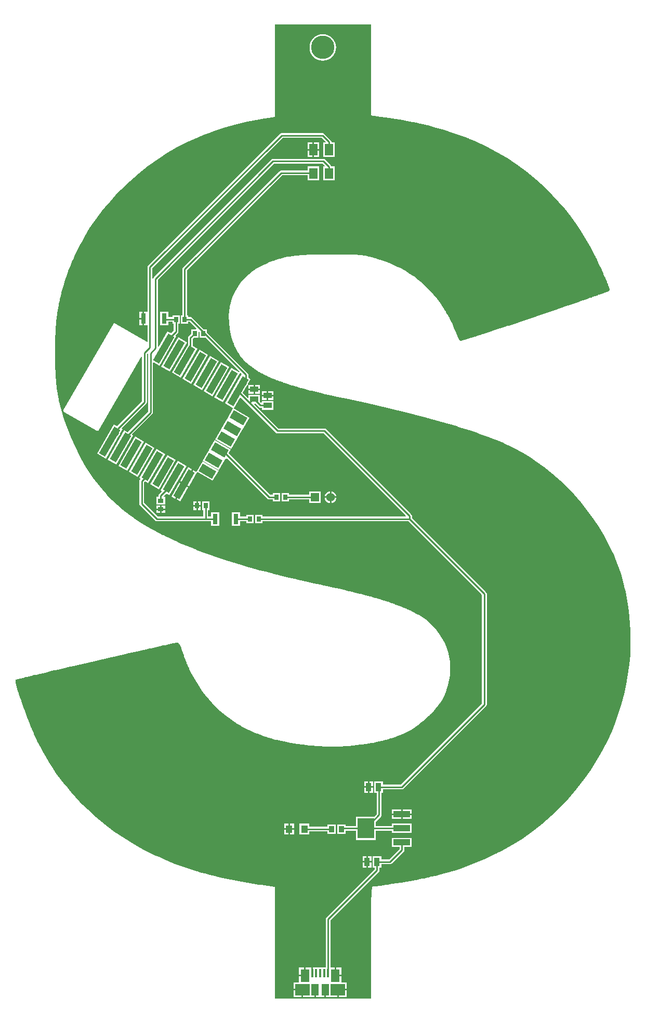
<source format=gbr>
%TF.GenerationSoftware,Altium Limited,Altium Designer,18.1.6 (161)*%
G04 Layer_Physical_Order=2*
G04 Layer_Color=16711680*
%FSLAX26Y26*%
%MOIN*%
%TF.FileFunction,Copper,L2,Bot,Signal*%
%TF.Part,Single*%
G01*
G75*
%TA.AperFunction,ComponentPad*%
%ADD12C,0.055118*%
%ADD13R,0.055118X0.055118*%
%TA.AperFunction,ViaPad*%
%ADD14C,0.150000*%
%TA.AperFunction,SMDPad,CuDef*%
%ADD15R,0.053150X0.037402*%
%ADD16R,0.037402X0.053150*%
G04:AMPARAMS|DCode=17|XSize=45mil|YSize=196.85mil|CornerRadius=0mil|HoleSize=0mil|Usage=FLASHONLY|Rotation=150.000|XOffset=0mil|YOffset=0mil|HoleType=Round|Shape=Rectangle|*
%AMROTATEDRECTD17*
4,1,4,0.068698,0.073989,-0.029727,-0.096489,-0.068698,-0.073989,0.029727,0.096489,0.068698,0.073989,0.0*
%
%ADD17ROTATEDRECTD17*%

G04:AMPARAMS|DCode=18|XSize=55mil|YSize=100mil|CornerRadius=0mil|HoleSize=0mil|Usage=FLASHONLY|Rotation=60.000|XOffset=0mil|YOffset=0mil|HoleType=Round|Shape=Rectangle|*
%AMROTATEDRECTD18*
4,1,4,0.029551,-0.048816,-0.057051,0.001184,-0.029551,0.048816,0.057051,-0.001184,0.029551,-0.048816,0.0*
%
%ADD18ROTATEDRECTD18*%

%ADD19R,0.035433X0.027559*%
%ADD20R,0.027559X0.035433*%
%ADD21R,0.055906X0.072047*%
%ADD22R,0.055906X0.068110*%
%TA.AperFunction,ConnectorPad*%
%ADD23R,0.046260X0.074803*%
%ADD24R,0.093504X0.074803*%
%ADD25R,0.058071X0.082677*%
%ADD26R,0.017716X0.054331*%
%TA.AperFunction,SMDPad,CuDef*%
%ADD27R,0.035433X0.039370*%
%ADD28R,0.106299X0.039370*%
%ADD29R,0.106299X0.129921*%
%ADD30R,0.043307X0.049213*%
%ADD31R,0.031496X0.066929*%
%TA.AperFunction,Conductor*%
%ADD32C,0.010000*%
G36*
X4982435Y8610601D02*
X4982436Y8601868D01*
X4982445Y8584402D01*
X4982464Y8566937D01*
X4982492Y8549471D01*
X4982510Y8540738D01*
X4982638Y8497372D01*
X4982723Y8476881D01*
X4982822Y8457287D01*
X4982934Y8438666D01*
X4983195Y8404652D01*
X4983267Y8396876D01*
X4983341Y8389412D01*
X4983418Y8382267D01*
X4983497Y8375452D01*
X4983579Y8368978D01*
X4983663Y8362853D01*
X4983749Y8357086D01*
X4983837Y8351689D01*
X4984005Y8342759D01*
X4984019Y8342041D01*
X4984114Y8337809D01*
Y8337808D01*
X4984164Y8335843D01*
X4984192Y8334782D01*
X4984214Y8333983D01*
X4984264Y8332242D01*
X4984315Y8330579D01*
X4984333Y8330030D01*
X4984366Y8329039D01*
X4984368Y8328989D01*
X4984400Y8328093D01*
X4984417Y8327608D01*
X4984518Y8325086D01*
X4984519Y8325076D01*
X4984531Y8324793D01*
X4984538Y8324642D01*
X4984585Y8323799D01*
X4984586Y8323798D01*
X4984593Y8323795D01*
X4984814Y8323554D01*
X4985417Y8323472D01*
X4985684Y8323436D01*
X4986048Y8323386D01*
X4987507Y8323188D01*
X4988783Y8323012D01*
X4990243Y8322810D01*
X4992790Y8322456D01*
X4997336Y8321809D01*
X4999787Y8321458D01*
X4999787Y8321458D01*
X4999790Y8321457D01*
X5000642Y8321335D01*
X5004928Y8320719D01*
X5007404Y8320362D01*
X5009766Y8320021D01*
X5013455Y8319489D01*
X5015498Y8319194D01*
X5022854Y8318130D01*
X5022854Y8318130D01*
X5022854Y8318130D01*
X5030768Y8316983D01*
X5030772Y8316982D01*
X5039199Y8315758D01*
X5048117Y8314460D01*
X5057484Y8313095D01*
X5057486Y8313094D01*
X5057489Y8313094D01*
X5057489Y8313094D01*
X5062426Y8312373D01*
X5077409Y8310183D01*
X5077409Y8310183D01*
X5077412Y8310183D01*
X5121010Y8303785D01*
X5143136Y8300550D01*
X5187260Y8293263D01*
X5231242Y8285160D01*
X5275067Y8276245D01*
X5296900Y8271382D01*
X5296900Y8271382D01*
X5317743Y8266738D01*
X5359230Y8256605D01*
X5400503Y8245629D01*
X5441544Y8233816D01*
X5461940Y8227493D01*
X5481528Y8221419D01*
X5520412Y8208412D01*
X5558998Y8194548D01*
X5597269Y8179833D01*
X5611962Y8173806D01*
X5616236Y8172053D01*
X5616236Y8172054D01*
X5616245Y8172050D01*
X5620523Y8170331D01*
X5652073Y8157648D01*
X5722180Y8125256D01*
X5790560Y8089361D01*
X5857037Y8050053D01*
X5921441Y8007434D01*
X5983607Y7961613D01*
X6043377Y7912707D01*
X6100597Y7860840D01*
X6124335Y7837029D01*
X6127864Y7833488D01*
X6127867Y7833485D01*
X6131350Y7829934D01*
X6148422Y7812525D01*
X6187971Y7769129D01*
X6225905Y7724315D01*
X6262175Y7678143D01*
X6296731Y7630675D01*
X6329527Y7581975D01*
X6360520Y7532108D01*
X6389668Y7481140D01*
X6403300Y7455140D01*
X6403300D01*
X6403300Y7455140D01*
X6410146Y7442085D01*
X6417236Y7428217D01*
X6417236Y7428215D01*
X6422268Y7418154D01*
X6424504Y7413682D01*
X6426571Y7409469D01*
X6431889Y7398625D01*
X6437493Y7387074D01*
X6448488Y7363882D01*
X6459275Y7340592D01*
X6469851Y7317206D01*
X6473170Y7309687D01*
X6475033Y7305466D01*
X6475036Y7305460D01*
X6475036Y7305460D01*
X6476885Y7301232D01*
X6481438Y7290819D01*
X6481438Y7290818D01*
X6481439Y7290817D01*
X6485622Y7281066D01*
X6487442Y7276824D01*
X6487443Y7276820D01*
X6487444Y7276820D01*
X6490275Y7270112D01*
X6492987Y7263611D01*
X6492987Y7263611D01*
X6492987Y7263611D01*
X6495567Y7257343D01*
X6495567Y7257342D01*
X6495567Y7257342D01*
X6498007Y7251326D01*
X6498007Y7251326D01*
X6498008Y7251324D01*
X6502441Y7240106D01*
X6502441Y7240105D01*
X6503718Y7236773D01*
X6503924Y7236232D01*
X6504881Y7233698D01*
X6505145Y7232993D01*
X6505745Y7231382D01*
X6506563Y7229154D01*
X6507323Y7227054D01*
X6507773Y7225785D01*
X6508154Y7224708D01*
X6508702Y7223133D01*
X6508967Y7222369D01*
X6509714Y7220152D01*
X6510344Y7218227D01*
X6510669Y7217224D01*
X6511223Y7215480D01*
X6511825Y7213468D01*
X6511915Y7213166D01*
X6512209Y7212110D01*
X6512600Y7210625D01*
X6512817Y7209704D01*
X6513100Y7208368D01*
X6513292Y7207231D01*
X6513413Y7206173D01*
X6513475Y7205298D01*
X6513486Y7204779D01*
X6513483Y7204701D01*
X6513410Y7203861D01*
X6513390Y7203765D01*
X6512839Y7201982D01*
X6512658Y7201581D01*
X6512502Y7201248D01*
X6512404Y7201052D01*
X6512391Y7201033D01*
X6512145Y7200693D01*
X6511754Y7200154D01*
X6511444Y7199790D01*
X6510495Y7198912D01*
X6510425Y7198855D01*
X6510333Y7198788D01*
X6510143Y7198669D01*
X6509326Y7198165D01*
X6508738Y7197816D01*
X6508630Y7197754D01*
X6507842Y7197347D01*
X6507158Y7197005D01*
X6506939Y7196901D01*
X6506390Y7196640D01*
X6505979Y7196452D01*
X6505453Y7196215D01*
X6504712Y7195888D01*
X6503296Y7195282D01*
X6501647Y7194595D01*
X6500621Y7194174D01*
X6500285Y7194038D01*
X6498528Y7193327D01*
X6496231Y7192415D01*
X6493878Y7191493D01*
X6491775Y7190678D01*
X6490632Y7190237D01*
X6488257Y7189329D01*
X6486621Y7188707D01*
X6485166Y7188156D01*
X6484057Y7187737D01*
X6481785Y7186883D01*
X6480240Y7186305D01*
X6479207Y7185919D01*
X6475767Y7184640D01*
X6469524Y7182334D01*
X6469524Y7182334D01*
X6469523Y7182334D01*
X6465749Y7180953D01*
X6461407Y7179366D01*
X6461407Y7179365D01*
X6452657Y7176193D01*
X6448859Y7174825D01*
X6443281Y7172817D01*
X6443281Y7172817D01*
X6433308Y7169249D01*
X6433308Y7169249D01*
X6433307Y7169248D01*
X6427358Y7167131D01*
X6422758Y7165494D01*
X6422757Y7165494D01*
X6422757Y7165494D01*
X6416118Y7163142D01*
X6411654Y7161561D01*
X6411653Y7161560D01*
X6407188Y7159985D01*
X6400017Y7157456D01*
X6400016Y7157456D01*
X6395551Y7155886D01*
X6392238Y7154722D01*
X6392230Y7154719D01*
X6387868Y7153186D01*
X6387865Y7153185D01*
X6387865Y7153185D01*
X6366824Y7145827D01*
X6362128Y7144184D01*
X6357428Y7142550D01*
X6339329Y7136256D01*
X6334606Y7134614D01*
X6330379Y7133151D01*
X6309850Y7126047D01*
X6305484Y7124536D01*
X6305481Y7124535D01*
X6305477Y7124534D01*
X6305477Y7124534D01*
X6279659Y7115638D01*
X6274936Y7114011D01*
X6270208Y7112388D01*
X6247509Y7104596D01*
X6243131Y7103094D01*
X6243131Y7103094D01*
X6180961Y7081861D01*
X6176491Y7080335D01*
X6172019Y7078821D01*
X6040384Y7034253D01*
X6035999Y7032769D01*
X6035999Y7032769D01*
X5934289Y6998655D01*
X5929895Y6997181D01*
X5925505Y6995719D01*
X5865859Y6975855D01*
X5861465Y6974391D01*
X5857068Y6972934D01*
X5833214Y6965028D01*
X5828469Y6963455D01*
X5823799Y6961912D01*
X5796526Y6952905D01*
X5791823Y6951357D01*
X5765806Y6942798D01*
X5765806Y6942798D01*
Y6942798D01*
X5761076Y6941253D01*
X5708748Y6924156D01*
X5708748Y6924156D01*
X5708748Y6924156D01*
X5699930Y6921295D01*
X5695527Y6919867D01*
X5695523Y6919865D01*
X5695522Y6919865D01*
X5687526Y6917279D01*
X5682769Y6915741D01*
X5675256Y6913320D01*
X5670495Y6911786D01*
X5665734Y6910258D01*
X5658728Y6908010D01*
X5658721Y6908007D01*
X5651899Y6905828D01*
X5647484Y6904418D01*
X5647484Y6904418D01*
X5641488Y6902512D01*
X5636790Y6901019D01*
X5636790Y6901019D01*
X5636790Y6901019D01*
X5631084Y6899216D01*
X5626667Y6897821D01*
X5626663Y6897819D01*
X5626663Y6897819D01*
X5621906Y6896326D01*
X5617139Y6894830D01*
X5617137Y6894830D01*
X5612421Y6893368D01*
X5604370Y6890873D01*
X5600802Y6889767D01*
X5596804Y6888541D01*
X5596241Y6888369D01*
X5594615Y6887874D01*
X5592073Y6887102D01*
X5590762Y6886705D01*
X5589309Y6886266D01*
X5586928Y6885551D01*
X5585925Y6885251D01*
X5583894Y6884645D01*
X5581950Y6884069D01*
X5580886Y6883755D01*
X5578717Y6883119D01*
X5577802Y6882852D01*
X5577152Y6882664D01*
X5575274Y6882122D01*
X5571988Y6881190D01*
X5570741Y6880844D01*
X5568706Y6880284D01*
X5567815Y6880043D01*
X5566809Y6879774D01*
X5566125Y6879593D01*
X5565176Y6879348D01*
X5563859Y6879016D01*
X5563456Y6878916D01*
X5563374Y6878897D01*
X5562656Y6878728D01*
X5562010Y6878578D01*
X5561671Y6878501D01*
X5560737Y6878306D01*
X5560332Y6878229D01*
X5559337Y6878051D01*
X5558773Y6877982D01*
X5557674Y6877857D01*
X5556734Y6877846D01*
X5556204Y6877873D01*
X5555851Y6877923D01*
X5555165Y6878064D01*
X5554476Y6878259D01*
X5553779Y6878547D01*
X5553194Y6878855D01*
X5552774Y6879093D01*
X5552490Y6879276D01*
X5551962Y6879671D01*
X5551481Y6880204D01*
X5550807Y6881052D01*
X5550125Y6882122D01*
X5549619Y6882959D01*
X5549445Y6883259D01*
X5549172Y6883755D01*
X5548201Y6885703D01*
X5547929Y6886254D01*
X5547826Y6886464D01*
X5547589Y6886949D01*
X5547296Y6887556D01*
X5546981Y6888214D01*
X5546658Y6888890D01*
X5546098Y6890071D01*
X5545673Y6890975D01*
X5545317Y6891738D01*
X5545007Y6892401D01*
X5544392Y6893727D01*
X5543911Y6894773D01*
X5542867Y6897060D01*
X5541749Y6899522D01*
X5540734Y6901767D01*
X5540734Y6901768D01*
X5538975Y6905714D01*
X5537404Y6909259D01*
X5536559Y6911182D01*
X5535407Y6913806D01*
X5534444Y6916013D01*
X5533529Y6918111D01*
X5529615Y6927172D01*
X5529614Y6927175D01*
X5521163Y6947092D01*
X5521162Y6947093D01*
X5521162Y6947094D01*
X5521161Y6947095D01*
X5521162Y6947095D01*
X5517467Y6955816D01*
X5509840Y6973153D01*
X5501898Y6990349D01*
X5493642Y7007397D01*
X5489399Y7015864D01*
X5489399Y7015864D01*
X5489396Y7015870D01*
X5485258Y7023928D01*
X5476740Y7039917D01*
X5467900Y7055730D01*
X5458742Y7071361D01*
X5454045Y7079105D01*
X5454044Y7079106D01*
X5454041Y7079112D01*
X5454039Y7079115D01*
X5451459Y7083279D01*
X5445101Y7093542D01*
X5426211Y7121738D01*
X5406001Y7149004D01*
X5384518Y7175278D01*
X5361810Y7200501D01*
X5337929Y7224616D01*
X5312928Y7247569D01*
X5286865Y7269307D01*
X5277236Y7276772D01*
X5273451Y7279707D01*
X5273451Y7279706D01*
X5259685Y7289750D01*
X5231471Y7308863D01*
X5202398Y7326643D01*
X5172529Y7343051D01*
X5157317Y7350730D01*
Y7350730D01*
X5153141Y7352721D01*
X5140915Y7358548D01*
X5107659Y7373189D01*
X5073843Y7386486D01*
X5039521Y7398418D01*
X5026852Y7402400D01*
X5022188Y7403866D01*
X5022188D01*
X5013812Y7406422D01*
X5009375Y7407776D01*
X5009374Y7407776D01*
X5009373Y7407777D01*
X5009373Y7407776D01*
X4997516Y7411307D01*
X4991219Y7413105D01*
X4986411Y7414478D01*
X4985091Y7414843D01*
X4982535Y7415542D01*
X4982455Y7415563D01*
X4981608Y7415791D01*
X4980398Y7416115D01*
X4979816Y7416271D01*
X4979736Y7416292D01*
X4977174Y7416967D01*
X4975851Y7417310D01*
X4975851Y7417310D01*
X4975851Y7417310D01*
X4970807Y7418595D01*
X4960666Y7420958D01*
X4950464Y7423042D01*
X4940208Y7424845D01*
X4935063Y7425641D01*
Y7425641D01*
X4935062Y7425642D01*
X4935062Y7425641D01*
X4932274Y7426037D01*
X4930333Y7426292D01*
X4926691Y7426772D01*
X4921099Y7427435D01*
X4917498Y7427813D01*
X4915498Y7428023D01*
X4912695Y7428290D01*
X4911148Y7428431D01*
X4908122Y7428695D01*
X4908052Y7428702D01*
X4907872Y7428716D01*
X4904954Y7428955D01*
X4901855Y7429191D01*
X4900305Y7429303D01*
X4898622Y7429419D01*
X4895257Y7429642D01*
X4891890Y7429849D01*
X4888522Y7430040D01*
X4886838Y7430130D01*
Y7430130D01*
X4886832Y7430130D01*
X4881929Y7430350D01*
X4872104Y7430790D01*
X4872096Y7430790D01*
X4855889Y7431301D01*
X4855882Y7431301D01*
Y7431301D01*
X4842965Y7431576D01*
X4838009Y7431682D01*
X4838009Y7431682D01*
X4818268Y7431950D01*
Y7431950D01*
X4796467Y7432124D01*
Y7432124D01*
X4772407Y7432222D01*
Y7432222D01*
X4716727Y7432262D01*
Y7432262D01*
X4651503Y7431802D01*
Y7431802D01*
X4644344Y7431690D01*
X4630027Y7431409D01*
X4615712Y7431049D01*
X4601399Y7430610D01*
X4594244Y7430361D01*
X4594243Y7430361D01*
Y7430361D01*
X4587934Y7430122D01*
X4575319Y7429568D01*
X4562709Y7428915D01*
X4550104Y7428164D01*
X4543804Y7427751D01*
X4543804Y7427751D01*
Y7427751D01*
X4538199Y7427358D01*
X4526997Y7426484D01*
X4515805Y7425491D01*
X4504624Y7424380D01*
X4499038Y7423781D01*
X4499038Y7423781D01*
X4499038Y7423781D01*
X4493993Y7423208D01*
X4483915Y7421963D01*
X4473855Y7420583D01*
X4463814Y7419069D01*
X4458801Y7418261D01*
X4458801Y7418261D01*
X4449759Y7416716D01*
X4431757Y7413184D01*
X4413878Y7409070D01*
X4396142Y7404377D01*
X4391796Y7403113D01*
X4387334Y7401816D01*
X4383105Y7400520D01*
X4382898Y7400454D01*
X4374680Y7397828D01*
X4366300Y7395001D01*
X4358155Y7392108D01*
X4357965Y7392041D01*
X4353816Y7390511D01*
X4353816Y7390511D01*
X4345121Y7387162D01*
X4327858Y7380148D01*
X4310771Y7372716D01*
X4293869Y7364870D01*
X4285491Y7360794D01*
X4285490Y7360793D01*
X4281327Y7358776D01*
X4272248Y7354377D01*
X4246586Y7339985D01*
X4222153Y7323592D01*
X4199106Y7305301D01*
X4177593Y7285230D01*
X4157749Y7263506D01*
X4139703Y7240267D01*
X4123568Y7215663D01*
X4109448Y7189850D01*
X4097432Y7162993D01*
X4087598Y7135262D01*
X4080008Y7106835D01*
X4078010Y7097025D01*
X4077070Y7092417D01*
X4077070Y7092415D01*
X4077070Y7092414D01*
X4076372Y7087706D01*
X4074182Y7072939D01*
X4071224Y7033685D01*
X4072040Y6994328D01*
X4076623Y6955230D01*
X4080314Y6935893D01*
X4080314Y6935893D01*
X4080314Y6935893D01*
X4081196Y6931720D01*
X4081324Y6931146D01*
X4083054Y6923394D01*
X4085039Y6915097D01*
X4087051Y6907215D01*
X4087149Y6906832D01*
X4088251Y6902711D01*
X4088251Y6902711D01*
X4089338Y6898781D01*
X4089499Y6898228D01*
X4091617Y6890950D01*
X4094037Y6883162D01*
X4096425Y6875941D01*
X4096597Y6875418D01*
X4097930Y6871564D01*
X4097930Y6871564D01*
X4099252Y6867856D01*
X4099494Y6867212D01*
X4102012Y6860483D01*
X4104924Y6853168D01*
X4107721Y6846545D01*
X4107987Y6845915D01*
X4109574Y6842312D01*
X4109574D01*
X4112775Y6835343D01*
X4119666Y6821642D01*
X4127196Y6808281D01*
X4135349Y6795291D01*
X4139654Y6788944D01*
X4139654Y6788943D01*
X4139654D01*
X4144215Y6782592D01*
X4153795Y6770233D01*
X4163965Y6758355D01*
X4174702Y6746987D01*
X4176907Y6744817D01*
X4180274Y6741502D01*
X4180275Y6741502D01*
X4183268Y6738652D01*
X4183718Y6738237D01*
X4189351Y6733052D01*
X4195558Y6727589D01*
X4201885Y6722267D01*
X4205093Y6719659D01*
X4212217Y6714089D01*
X4226775Y6703362D01*
X4241730Y6693197D01*
X4257061Y6683607D01*
X4264860Y6679034D01*
X4264860Y6679034D01*
X4264860Y6679033D01*
X4269220Y6676533D01*
X4277996Y6671636D01*
X4286848Y6666876D01*
X4295774Y6662255D01*
X4300264Y6659997D01*
X4305133Y6657592D01*
X4314919Y6652880D01*
X4324767Y6648298D01*
X4334675Y6643849D01*
X4339651Y6641673D01*
X4339651Y6641673D01*
X4345055Y6639350D01*
X4355901Y6634794D01*
X4366797Y6630361D01*
X4377743Y6626050D01*
X4383233Y6623941D01*
X4389196Y6621685D01*
X4401153Y6617257D01*
X4413151Y6612941D01*
X4425190Y6608738D01*
X4431223Y6606679D01*
X4431223Y6606679D01*
X4437770Y6604475D01*
X4450890Y6600145D01*
X4464043Y6595916D01*
X4477228Y6591791D01*
X4483833Y6589767D01*
X4483833Y6589767D01*
X4490989Y6587601D01*
X4505323Y6583337D01*
X4519683Y6579167D01*
X4534071Y6575088D01*
X4541274Y6573084D01*
X4541274Y6573084D01*
X4549065Y6570940D01*
X4564664Y6566714D01*
X4580286Y6562571D01*
X4595929Y6558510D01*
X4603759Y6556511D01*
X4603761Y6556510D01*
X4603761Y6556510D01*
X4671498Y6539926D01*
X4671500Y6539925D01*
X4690465Y6535505D01*
X4728436Y6526843D01*
X4766462Y6518421D01*
X4804539Y6510239D01*
X4823597Y6506239D01*
X4958997Y6477073D01*
X5088082Y6447645D01*
X5210465Y6418063D01*
X5325758Y6388436D01*
X5325761Y6388435D01*
X5325761Y6388435D01*
X5433578Y6358870D01*
X5446108Y6355320D01*
X5471128Y6348096D01*
X5496112Y6340748D01*
X5521060Y6333278D01*
X5533515Y6329481D01*
X5533522Y6329479D01*
X5533522Y6329479D01*
X5545025Y6325974D01*
X5567990Y6318829D01*
X5590913Y6311551D01*
X5613794Y6304140D01*
X5625212Y6300368D01*
X5625219Y6300365D01*
X5635648Y6296922D01*
X5656456Y6289888D01*
X5677214Y6282709D01*
X5697922Y6275383D01*
X5708249Y6271648D01*
X5708257Y6271645D01*
X5708257Y6271645D01*
X5725850Y6265357D01*
X5760779Y6252085D01*
X5795437Y6238121D01*
X5829811Y6223471D01*
X5846849Y6215806D01*
X5846850Y6215805D01*
X5846855Y6215803D01*
X5846855Y6215803D01*
X5868605Y6205851D01*
X5911333Y6184344D01*
X5953234Y6161264D01*
X5994248Y6136644D01*
X6014288Y6123577D01*
X6041681Y6105490D01*
X6094771Y6066868D01*
X6146055Y6025877D01*
X6195426Y5982603D01*
X6242784Y5937134D01*
X6288032Y5889565D01*
X6331075Y5839992D01*
X6371826Y5788517D01*
X6410200Y5735248D01*
X6446119Y5680293D01*
X6479508Y5623766D01*
X6510300Y5565782D01*
X6524364Y5536122D01*
X6524364Y5536122D01*
X6526350Y5531944D01*
X6538556Y5506265D01*
X6563732Y5445148D01*
X6585637Y5382783D01*
X6604211Y5319346D01*
X6611806Y5287181D01*
X6611806Y5287181D01*
X6612838Y5282608D01*
X6616339Y5267099D01*
X6624286Y5226710D01*
X6631108Y5186116D01*
X6636802Y5145348D01*
X6641362Y5104439D01*
X6644785Y5063418D01*
X6647069Y5022318D01*
X6648211Y4981170D01*
X6648211Y4960589D01*
X6648211Y4928548D01*
X6645443Y4864526D01*
X6639914Y4800683D01*
X6631632Y4737139D01*
X6620614Y4674011D01*
X6606880Y4611419D01*
X6590455Y4549478D01*
X6571371Y4488304D01*
X6549663Y4428011D01*
X6525372Y4368712D01*
X6498542Y4310517D01*
X6469224Y4253535D01*
X6453348Y4225704D01*
X6453348Y4225704D01*
X6453347Y4225702D01*
X6453346Y4225702D01*
X6434345Y4191625D01*
X6392995Y4125450D01*
X6348399Y4061417D01*
X6300667Y3999686D01*
X6249920Y3940409D01*
X6196282Y3883734D01*
X6139888Y3829802D01*
X6080876Y3778746D01*
X6019394Y3730695D01*
X5955594Y3685765D01*
X5889635Y3644071D01*
X5821680Y3605714D01*
X5790984Y3590352D01*
X5786790Y3588253D01*
X5782645Y3586187D01*
X5763156Y3576472D01*
X5715235Y3554266D01*
X5666703Y3533432D01*
X5617597Y3513988D01*
X5567958Y3495948D01*
X5517826Y3479328D01*
X5467241Y3464141D01*
X5416245Y3450399D01*
X5395421Y3445418D01*
X5390558Y3444255D01*
X5386119Y3443211D01*
X5379403Y3441632D01*
X5374849Y3440562D01*
X5374847Y3440561D01*
X5370330Y3439561D01*
X5356993Y3436610D01*
X5356993Y3436611D01*
X5356990Y3436610D01*
X5352241Y3435608D01*
X5341890Y3433425D01*
X5337258Y3432448D01*
X5337257Y3432448D01*
X5337257Y3432447D01*
X5320832Y3429116D01*
X5315941Y3428124D01*
X5311042Y3427162D01*
X5298219Y3424646D01*
X5293320Y3423685D01*
X5288469Y3422761D01*
X5269681Y3419181D01*
X5269681Y3419181D01*
X5269679Y3419181D01*
X5175221Y3402296D01*
X5170567Y3401464D01*
X5170565Y3401464D01*
X5165979Y3400694D01*
X5150750Y3398137D01*
X5146071Y3397352D01*
X5141392Y3396587D01*
X5127200Y3394270D01*
X5122270Y3393465D01*
X5118447Y3392860D01*
X5099432Y3389850D01*
X5099427Y3389849D01*
X5094542Y3389097D01*
X5088461Y3388159D01*
X5083530Y3387414D01*
X5077843Y3386555D01*
X5062726Y3384347D01*
X5057793Y3383626D01*
X5053362Y3383005D01*
X5053097Y3382968D01*
X5048740Y3382358D01*
X5048737Y3382358D01*
X5044105Y3381730D01*
X5040198Y3381201D01*
X5040198Y3381202D01*
X5040197Y3381201D01*
X5040197Y3381201D01*
X5032188Y3380161D01*
X5032188D01*
X5029485Y3379828D01*
X5024728Y3379241D01*
Y3379241D01*
X5017822Y3378444D01*
X5017821Y3378443D01*
X5017821Y3378444D01*
X5011493Y3377773D01*
X5009312Y3377568D01*
X5005748Y3377233D01*
Y3377233D01*
X5000599Y3376825D01*
X5000597Y3376825D01*
X4996396Y3376578D01*
X4992158Y3376424D01*
X4991931Y3376287D01*
X4991828Y3376113D01*
X4991826Y3376110D01*
X4991817Y3376095D01*
X4991804Y3376072D01*
X4991799Y3376062D01*
X4991797Y3376059D01*
X4991785Y3376035D01*
X4991772Y3376009D01*
X4991760Y3375983D01*
X4991753Y3375968D01*
X4991741Y3375941D01*
X4991725Y3375906D01*
X4991705Y3375858D01*
X4991701Y3375849D01*
X4991693Y3375829D01*
X4991671Y3375774D01*
X4991648Y3375716D01*
X4991625Y3375658D01*
X4991613Y3375627D01*
X4991611Y3375622D01*
X4991583Y3375548D01*
X4991521Y3375383D01*
X4991462Y3375220D01*
X4991405Y3375057D01*
X4991376Y3374971D01*
X4991343Y3374873D01*
X4991282Y3374685D01*
X4991221Y3374492D01*
X4991161Y3374298D01*
X4991131Y3374199D01*
X4991126Y3374182D01*
X4991098Y3374087D01*
X4991035Y3373869D01*
X4990972Y3373647D01*
X4990910Y3373425D01*
X4990880Y3373313D01*
X4990846Y3373186D01*
X4990782Y3372941D01*
X4990718Y3372691D01*
X4990655Y3372440D01*
X4990624Y3372314D01*
X4990621Y3372300D01*
X4990590Y3372174D01*
X4990525Y3371901D01*
X4990461Y3371627D01*
X4990396Y3371342D01*
X4990364Y3371203D01*
X4990330Y3371048D01*
X4990265Y3370748D01*
X4990199Y3370442D01*
X4990136Y3370138D01*
X4990103Y3369980D01*
X4989843Y3368648D01*
X4989731Y3368028D01*
X4989584Y3367205D01*
X4989516Y3366805D01*
X4989384Y3366005D01*
X4989258Y3365204D01*
X4989138Y3364403D01*
X4989079Y3364002D01*
X4989040Y3363722D01*
X4989015Y3363548D01*
X4988899Y3362707D01*
X4988890Y3362641D01*
X4988772Y3361758D01*
X4988769Y3361733D01*
X4988678Y3361019D01*
X4988653Y3360825D01*
X4988597Y3360370D01*
X4988302Y3357778D01*
X4988134Y3356303D01*
X4987690Y3351785D01*
X4987690Y3351783D01*
X4987404Y3348435D01*
X4987266Y3346810D01*
X4987266Y3346809D01*
X4987265Y3346803D01*
X4987010Y3343367D01*
X4986860Y3341360D01*
X4986860Y3341353D01*
X4986860Y3341353D01*
X4986860Y3341352D01*
X4986474Y3335435D01*
X4986474Y3335434D01*
X4986260Y3331693D01*
X4986108Y3329023D01*
X4986108Y3329023D01*
X4985761Y3322114D01*
X4985761Y3322114D01*
X4985331Y3311684D01*
X4985128Y3306767D01*
X4985128Y3306767D01*
X4984729Y3294241D01*
X4984572Y3289311D01*
Y3289306D01*
X4984572D01*
X4984572Y3289306D01*
X4984088Y3269652D01*
X4984088Y3269648D01*
X4983674Y3247691D01*
X4983326Y3223346D01*
X4983040Y3196524D01*
X4982814Y3167132D01*
X4982644Y3135081D01*
X4982527Y3100279D01*
X4982505Y3090493D01*
X4982470Y3070940D01*
X4982448Y3051387D01*
X4982437Y3031834D01*
X4982437Y3022058D01*
Y2657393D01*
X4367689D01*
Y3369910D01*
X4367689Y3374445D01*
X4367465Y3374702D01*
X4367465Y3374706D01*
X4367465Y3374707D01*
X4367460Y3374708D01*
X4365908Y3374921D01*
X4362928Y3375330D01*
X4362862Y3375338D01*
X4281115Y3386556D01*
X4281110Y3386557D01*
X4281103Y3386557D01*
X4262930Y3389042D01*
X4226647Y3394441D01*
X4190430Y3400270D01*
X4154285Y3406527D01*
X4136251Y3409870D01*
X4136241Y3409872D01*
X4118976Y3413072D01*
X4084532Y3419922D01*
X4050180Y3427222D01*
X4015926Y3434969D01*
X4003392Y3437976D01*
X3998844Y3439067D01*
X3998842Y3439068D01*
X3994487Y3440113D01*
X3982446Y3443002D01*
X3949778Y3451335D01*
X3917233Y3460133D01*
X3884816Y3469394D01*
X3868675Y3474255D01*
Y3474255D01*
X3864227Y3475587D01*
X3838049Y3483426D01*
X3777414Y3503716D01*
X3717460Y3525934D01*
X3658246Y3550057D01*
X3629040Y3563059D01*
X3629029Y3563064D01*
X3594904Y3578105D01*
X3528112Y3611302D01*
X3462921Y3647542D01*
X3399470Y3686748D01*
X3337894Y3728837D01*
X3278322Y3773719D01*
X3220883Y3821300D01*
X3165698Y3871477D01*
X3139291Y3897810D01*
Y3897811D01*
X3134344Y3902751D01*
X3124524Y3912694D01*
X3114773Y3922706D01*
X3105092Y3932784D01*
X3100287Y3937857D01*
X3086901Y3951791D01*
X3060916Y3980368D01*
X3035724Y4009647D01*
X3011344Y4039606D01*
X2987796Y4070223D01*
X2965095Y4101473D01*
X2943261Y4133334D01*
X2922308Y4165783D01*
X2912280Y4182288D01*
X2912277Y4182294D01*
X2908901Y4187868D01*
X2902244Y4199075D01*
X2895683Y4210338D01*
X2889219Y4221657D01*
X2886035Y4227344D01*
X2886036Y4227344D01*
X2886032Y4227350D01*
X2879351Y4239319D01*
X2866343Y4263451D01*
X2853693Y4287772D01*
X2841402Y4312278D01*
X2835439Y4324620D01*
X2834432Y4326698D01*
X2832450Y4330853D01*
X2830490Y4335019D01*
X2828555Y4339196D01*
X2827598Y4341290D01*
X2827598Y4341290D01*
X2821279Y4355431D01*
X2819243Y4359988D01*
X2819242Y4359990D01*
X2810484Y4380402D01*
X2810484Y4380402D01*
X2803241Y4397858D01*
X2801425Y4402236D01*
X2801424Y4402238D01*
X2801424Y4402238D01*
X2792171Y4425190D01*
X2792171Y4425191D01*
X2792171Y4425191D01*
X2782833Y4448954D01*
X2782832Y4448956D01*
X2782830Y4448962D01*
X2782830Y4448962D01*
X2778143Y4461046D01*
X2768944Y4485281D01*
X2759920Y4509581D01*
X2751071Y4533946D01*
X2746735Y4546161D01*
X2740131Y4565003D01*
X2738555Y4569500D01*
X2738554Y4569501D01*
X2738554Y4569501D01*
X2730933Y4591831D01*
X2730933Y4591832D01*
X2730933Y4591833D01*
X2728881Y4597984D01*
X2727364Y4602530D01*
X2727364Y4602531D01*
X2727364Y4602531D01*
X2723974Y4612866D01*
X2723974Y4612866D01*
X2723974Y4612867D01*
X2722224Y4618305D01*
X2720776Y4622805D01*
X2719358Y4627308D01*
X2717784Y4632306D01*
X2713910Y4645092D01*
X2712471Y4649845D01*
X2712470Y4649846D01*
X2711093Y4654596D01*
X2710459Y4656817D01*
X2709388Y4660636D01*
X2708651Y4663326D01*
X2708202Y4664987D01*
X2707711Y4666828D01*
X2707282Y4668459D01*
X2706829Y4670210D01*
X2706415Y4671844D01*
X2706017Y4673437D01*
X2705560Y4675316D01*
X2705249Y4676610D01*
X2704709Y4678932D01*
X2704402Y4680331D01*
X2703721Y4683488D01*
X2703400Y4685216D01*
X2703212Y4686238D01*
X2703060Y4687100D01*
X2702792Y4688719D01*
X2702601Y4690075D01*
X2702482Y4691003D01*
X2702397Y4691782D01*
X2702349Y4692255D01*
X2702266Y4693203D01*
X2702224Y4694046D01*
X2702202Y4694761D01*
X2702215Y4696033D01*
X2702240Y4696524D01*
X2702293Y4697240D01*
X2702342Y4697712D01*
X2702479Y4698451D01*
X2702519Y4698626D01*
X2702967Y4700116D01*
X2703336Y4700857D01*
X2703639Y4701355D01*
X2703826Y4701635D01*
X2704199Y4702158D01*
X2704437Y4702427D01*
X2704920Y4702900D01*
X2705819Y4703517D01*
X2706504Y4703958D01*
X2707090Y4704236D01*
X2707383Y4704372D01*
X2708543Y4704850D01*
X2708974Y4705014D01*
X2709485Y4705178D01*
X2710122Y4705371D01*
X2711388Y4705727D01*
X2711745Y4705825D01*
X2712764Y4706101D01*
X2714703Y4706617D01*
X2717181Y4707258D01*
X2720241Y4708040D01*
X2720968Y4708224D01*
X2720969Y4708224D01*
X2720972Y4708225D01*
Y4708225D01*
X2723511Y4708862D01*
X2723514Y4708863D01*
Y4708863D01*
X2726259Y4709546D01*
Y4709546D01*
X2727759Y4709917D01*
X2732310Y4711039D01*
X2732310Y4711039D01*
X2735707Y4711871D01*
X2739112Y4712703D01*
X2739113Y4712703D01*
X2743665Y4713810D01*
X2750670Y4715507D01*
X2750671Y4715508D01*
X2759243Y4717575D01*
X2759245Y4717575D01*
X2768493Y4719796D01*
X2768497Y4719797D01*
X2778387Y4722162D01*
Y4722162D01*
X2788909Y4724670D01*
Y4724670D01*
X2800028Y4727313D01*
X2800028D01*
X2806907Y4728944D01*
X2811734Y4730088D01*
X2811734Y4730088D01*
X2811734Y4730088D01*
X2823995Y4732989D01*
X2823996D01*
X2836791Y4736010D01*
X2836792Y4736010D01*
X2836793Y4736011D01*
Y4736011D01*
X2859350Y4741322D01*
X2863906Y4742395D01*
X2863906Y4742395D01*
X2892891Y4749200D01*
X2923567Y4756384D01*
Y4756384D01*
X2951195Y4762840D01*
X2955754Y4763905D01*
X2955754Y4763905D01*
X2989271Y4771721D01*
X2989272Y4771721D01*
X2989273Y4771722D01*
X3055015Y4787012D01*
X3059570Y4788071D01*
X3059571Y4788071D01*
X3208177Y4822473D01*
X3208178Y4822473D01*
X3316385Y4847399D01*
X3320942Y4848449D01*
X3320942Y4848449D01*
X3394037Y4865225D01*
Y4865225D01*
X3429410Y4873325D01*
X3429413Y4873325D01*
X3429415Y4873326D01*
X3463762Y4881176D01*
X3463767Y4881177D01*
X3496924Y4888740D01*
X3496927Y4888741D01*
Y4888741D01*
X3554343Y4901794D01*
X3558913Y4902832D01*
X3558913Y4902833D01*
X3573377Y4906109D01*
X3573377Y4906109D01*
X3573377Y4906109D01*
X3600909Y4912330D01*
X3600910Y4912330D01*
X3613924Y4915261D01*
X3613933Y4915263D01*
Y4915263D01*
X3626418Y4918069D01*
X3626423Y4918070D01*
Y4918070D01*
X3638370Y4920749D01*
X3638372Y4920750D01*
X3649742Y4923293D01*
X3649745Y4923293D01*
X3649749Y4923294D01*
Y4923294D01*
X3660523Y4925697D01*
X3660527Y4925698D01*
Y4925698D01*
X3675517Y4929024D01*
X3680220Y4930068D01*
X3680222Y4930068D01*
X3680222Y4930068D01*
X3680222Y4930068D01*
X3689074Y4932021D01*
X3689077Y4932022D01*
X3697216Y4933810D01*
X3704646Y4935432D01*
X3704647Y4935432D01*
X3711348Y4936883D01*
X3711348D01*
X3711350Y4936884D01*
X3717308Y4938159D01*
X3717312Y4938160D01*
X3717314Y4938160D01*
Y4938160D01*
X3722526Y4939258D01*
X3722528Y4939258D01*
Y4939258D01*
X3722528Y4939258D01*
X3727346Y4940247D01*
X3730677Y4940908D01*
X3730681Y4940909D01*
X3730682Y4940909D01*
X3730687Y4940910D01*
X3731314Y4941035D01*
X3732567Y4941271D01*
X3733823Y4941494D01*
X3735081Y4941705D01*
X3735711Y4941804D01*
X3735715Y4941805D01*
X3735718Y4941805D01*
X3735723Y4941806D01*
X3735723Y4941806D01*
X3739809Y4941682D01*
X3742553Y4940952D01*
X3744290Y4940221D01*
X3745590Y4939493D01*
X3746468Y4938960D01*
X3747272Y4938397D01*
X3747836Y4937979D01*
X3748476Y4937503D01*
X3750042Y4936145D01*
X3751611Y4934599D01*
X3753782Y4932215D01*
X3755491Y4929962D01*
X3756574Y4928532D01*
X3756579Y4928525D01*
X3756948Y4927943D01*
X3758527Y4925431D01*
X3760582Y4921730D01*
X3761391Y4920200D01*
X3761501Y4919985D01*
X3763473Y4915569D01*
X3763767Y4914894D01*
X3764332Y4913448D01*
X3765828Y4909067D01*
X3765828Y4909067D01*
X3767218Y4904643D01*
X3767739Y4902981D01*
X3771653Y4890839D01*
X3775687Y4878736D01*
X3779841Y4866674D01*
X3781963Y4860658D01*
X3784033Y4854890D01*
X3788262Y4843400D01*
X3792618Y4831958D01*
X3797100Y4820565D01*
X3799388Y4814887D01*
X3801628Y4809419D01*
X3806208Y4798524D01*
X3810919Y4787685D01*
X3815761Y4776903D01*
X3818234Y4771526D01*
X3827876Y4751279D01*
X3848809Y4711615D01*
X3871887Y4673160D01*
X3897040Y4636029D01*
X3907542Y4621822D01*
X3910371Y4617995D01*
X3910372Y4617994D01*
X3910372Y4617994D01*
X3920787Y4604690D01*
X3942390Y4578709D01*
X3964996Y4553595D01*
X3988569Y4529387D01*
X4000707Y4517636D01*
X4000707Y4517636D01*
X4000707Y4517635D01*
X4017156Y4502362D01*
X4051390Y4473327D01*
X4087300Y4446393D01*
X4124758Y4421656D01*
X4144025Y4410140D01*
X4144025Y4410140D01*
X4157566Y4402507D01*
X4185066Y4388014D01*
X4213093Y4374566D01*
X4241606Y4362183D01*
X4256032Y4356397D01*
X4256032Y4356397D01*
X4263644Y4353451D01*
X4278930Y4347761D01*
X4294311Y4342332D01*
X4309783Y4337168D01*
X4317558Y4334682D01*
X4317558Y4334683D01*
X4325676Y4332161D01*
X4341972Y4327311D01*
X4358341Y4322716D01*
X4374781Y4318380D01*
X4383026Y4316309D01*
X4391678Y4314204D01*
X4409025Y4310179D01*
X4426429Y4306402D01*
X4443884Y4302873D01*
X4452638Y4301200D01*
X4452638Y4301200D01*
X4471569Y4297811D01*
X4509546Y4291717D01*
X4547658Y4286539D01*
X4585884Y4282281D01*
X4605032Y4280497D01*
Y4280497D01*
X4605033Y4280497D01*
X4638320Y4277929D01*
X4705027Y4275082D01*
X4771795Y4275288D01*
X4838483Y4278548D01*
X4866921Y4280918D01*
X4871754Y4281320D01*
Y4281321D01*
X4887593Y4282909D01*
X4919208Y4286660D01*
X4950723Y4291175D01*
X4982120Y4296450D01*
X4997768Y4299372D01*
X4997768D01*
Y4299372D01*
X5005208Y4300840D01*
X5020056Y4303927D01*
X5034862Y4307213D01*
X5049622Y4310698D01*
X5056984Y4312515D01*
X5064026Y4314304D01*
X5078069Y4318040D01*
X5092056Y4321984D01*
X5105982Y4326136D01*
X5112921Y4328289D01*
X5112927Y4328291D01*
X5125704Y4332381D01*
X5151024Y4341255D01*
X5176004Y4351044D01*
X5200612Y4361735D01*
X5212766Y4367414D01*
X5212768Y4367414D01*
Y4367415D01*
X5214374Y4368203D01*
X5217572Y4369809D01*
X5220749Y4371456D01*
X5223904Y4373142D01*
X5225474Y4374001D01*
X5227142Y4374925D01*
X5230462Y4376799D01*
X5233762Y4378708D01*
X5237041Y4380653D01*
X5238673Y4381638D01*
X5240389Y4382685D01*
X5243807Y4384804D01*
X5247206Y4386953D01*
X5250585Y4389134D01*
X5252267Y4390236D01*
X5254020Y4391395D01*
X5257511Y4393734D01*
X5260984Y4396101D01*
X5264438Y4398495D01*
X5266158Y4399703D01*
Y4399703D01*
X5267935Y4400962D01*
X5271476Y4403498D01*
X5274998Y4406059D01*
X5278502Y4408646D01*
X5280247Y4409949D01*
X5280247D01*
X5282037Y4411295D01*
X5285603Y4414005D01*
X5289151Y4416739D01*
X5292680Y4419496D01*
X5294438Y4420883D01*
Y4420883D01*
X5294438Y4420883D01*
Y4420883D01*
X5301664Y4426690D01*
X5315907Y4438558D01*
X5329865Y4450760D01*
X5343529Y4463289D01*
X5350249Y4469675D01*
X5351919Y4471284D01*
X5355245Y4474517D01*
X5358551Y4477770D01*
X5361839Y4481043D01*
X5363475Y4482687D01*
Y4482687D01*
X5363477Y4482689D01*
X5366665Y4485918D01*
X5372980Y4492435D01*
X5379213Y4499031D01*
X5385364Y4505703D01*
X5388409Y4509068D01*
X5388409D01*
X5389867Y4510697D01*
X5392768Y4513970D01*
X5395646Y4517262D01*
X5398502Y4520574D01*
X5399922Y4522238D01*
X5399922D01*
X5401287Y4523848D01*
X5403998Y4527085D01*
X5406686Y4530341D01*
X5409350Y4533618D01*
X5410672Y4535263D01*
Y4535263D01*
X5411932Y4536843D01*
X5414432Y4540019D01*
X5416905Y4543215D01*
X5419351Y4546432D01*
X5420565Y4548048D01*
Y4548048D01*
X5421708Y4549584D01*
X5423973Y4552674D01*
X5426208Y4555786D01*
X5428413Y4558918D01*
X5429505Y4560493D01*
X5429505D01*
X5430521Y4561974D01*
X5432528Y4564954D01*
X5434501Y4567956D01*
X5436440Y4570981D01*
X5436831Y4571602D01*
X5437396Y4572500D01*
X5437396Y4572501D01*
X5439077Y4575205D01*
X5439980Y4576736D01*
X5442314Y4580691D01*
X5445380Y4586274D01*
X5448273Y4591949D01*
X5449654Y4594820D01*
X5449654D01*
X5453160Y4602557D01*
X5459745Y4618216D01*
X5465754Y4634105D01*
X5471178Y4650203D01*
X5473669Y4658324D01*
X5473670Y4658327D01*
X5477828Y4672536D01*
X5484511Y4701374D01*
X5488988Y4730636D01*
X5491233Y4760154D01*
X5491514Y4774955D01*
X5491189Y4790873D01*
X5488592Y4822604D01*
X5483417Y4854017D01*
X5475698Y4884903D01*
X5465485Y4915057D01*
X5452848Y4944278D01*
X5437869Y4972371D01*
X5420650Y4999149D01*
X5411235Y5011988D01*
X5411235Y5011989D01*
X5403540Y5021575D01*
X5387357Y5040075D01*
X5370155Y5057632D01*
X5351991Y5074191D01*
X5332921Y5089698D01*
X5313007Y5104104D01*
X5292311Y5117364D01*
X5270900Y5129435D01*
X5259950Y5135012D01*
X5259950Y5135012D01*
X5259949Y5135012D01*
X5255184Y5137390D01*
X5245615Y5142073D01*
X5235998Y5146656D01*
X5226334Y5151140D01*
X5221485Y5153344D01*
X5216370Y5155638D01*
X5206107Y5160149D01*
X5195800Y5164559D01*
X5185450Y5168868D01*
X5180260Y5170985D01*
X5174720Y5173213D01*
X5163612Y5177594D01*
X5152465Y5181876D01*
X5141280Y5186058D01*
X5135674Y5188111D01*
X5129635Y5190294D01*
X5117532Y5194588D01*
X5105396Y5198786D01*
X5093226Y5202887D01*
X5087130Y5204902D01*
X5080517Y5207060D01*
X5067270Y5211308D01*
X5053994Y5215466D01*
X5040690Y5219534D01*
X5034028Y5221533D01*
X5026766Y5223688D01*
X5012225Y5227935D01*
X4997660Y5232097D01*
X4983072Y5236176D01*
X4975769Y5238184D01*
X4975769Y5238184D01*
X4975769Y5238184D01*
X4967784Y5240357D01*
X4951801Y5244646D01*
X4935797Y5248858D01*
X4919773Y5252993D01*
X4911753Y5255032D01*
X4911744Y5255034D01*
X4845922Y5271144D01*
X4841383Y5272255D01*
X4841382Y5272255D01*
X4821152Y5276991D01*
X4780652Y5286290D01*
X4740100Y5295361D01*
X4699498Y5304202D01*
X4679178Y5308537D01*
X4679168Y5308539D01*
X4658447Y5312946D01*
X4617046Y5321946D01*
X4575686Y5331132D01*
X4534367Y5340503D01*
X4513729Y5345282D01*
Y5345282D01*
X4513722Y5345284D01*
X4509167Y5346338D01*
X4494491Y5349735D01*
X4456076Y5358843D01*
X4417711Y5368156D01*
X4379395Y5377671D01*
X4360263Y5382531D01*
Y5382531D01*
X4355739Y5383680D01*
X4342425Y5387061D01*
X4306821Y5396339D01*
X4271276Y5405840D01*
X4235790Y5415561D01*
X4218078Y5420533D01*
X4218071Y5420535D01*
X4201554Y5425170D01*
X4168589Y5434680D01*
X4135693Y5444429D01*
X4102870Y5454417D01*
X4090908Y5458151D01*
X4086494Y5459529D01*
X4086492Y5459530D01*
X4086488Y5459532D01*
X4086481Y5459533D01*
X4086480Y5459534D01*
X4086480Y5459533D01*
X4071185Y5464309D01*
X4040676Y5474115D01*
X4010250Y5484176D01*
X3979909Y5494492D01*
X3969144Y5498253D01*
X3964776Y5499779D01*
X3964776Y5499779D01*
X3950615Y5504726D01*
X3922388Y5514891D01*
X3894259Y5525326D01*
X3866232Y5536029D01*
X3856564Y5539827D01*
X3852263Y5541517D01*
X3852263Y5541517D01*
X3839143Y5546671D01*
X3813017Y5557262D01*
X3787005Y5568133D01*
X3761113Y5579284D01*
X3748227Y5584999D01*
X3736061Y5590394D01*
X3711861Y5601475D01*
X3687795Y5612845D01*
X3663867Y5624501D01*
X3651973Y5630471D01*
Y5630471D01*
X3651966Y5630475D01*
X3651965Y5630475D01*
X3647831Y5632543D01*
X3629831Y5641547D01*
X3586177Y5664871D01*
X3543165Y5689359D01*
X3500827Y5714993D01*
X3480010Y5728375D01*
Y5728375D01*
X3480005Y5728379D01*
X3476066Y5730924D01*
X3470687Y5734401D01*
X3452351Y5746896D01*
X3434325Y5759834D01*
X3416620Y5773208D01*
X3407933Y5780109D01*
X3407925Y5780115D01*
X3390049Y5794369D01*
X3355594Y5824431D01*
X3322505Y5855990D01*
X3290845Y5888983D01*
X3275761Y5906164D01*
X3275756Y5906169D01*
X3275756Y5906169D01*
X3260034Y5924061D01*
X3230033Y5961065D01*
X3201525Y5999230D01*
X3174554Y6038497D01*
X3161858Y6058650D01*
X3161854Y6058655D01*
X3161855Y6058655D01*
X3145095Y6085484D01*
X3114007Y6140586D01*
X3085412Y6197021D01*
X3059368Y6254679D01*
X3035926Y6313442D01*
X3015133Y6373194D01*
X2997032Y6433816D01*
X2981657Y6495186D01*
X2975348Y6526184D01*
X2975348Y6526184D01*
X2975347Y6526190D01*
X2974278Y6531488D01*
X2972329Y6542121D01*
X2970572Y6552787D01*
X2969006Y6563482D01*
X2968318Y6568843D01*
X2967489Y6575219D01*
X2965977Y6587988D01*
X2964611Y6600772D01*
X2963390Y6613572D01*
X2962853Y6619978D01*
X2962852Y6619986D01*
X2962852Y6619986D01*
X2962245Y6627168D01*
X2961150Y6641542D01*
X2960174Y6655924D01*
X2959319Y6670314D01*
X2959202Y6672613D01*
X2958952Y6677511D01*
X2958951Y6677519D01*
X2958704Y6682503D01*
X2957773Y6701290D01*
X2956303Y6748867D01*
X2955720Y6796463D01*
X2956023Y6844061D01*
X2956619Y6867854D01*
Y6867864D01*
X2956619Y6867864D01*
X2956808Y6875671D01*
X2957290Y6891280D01*
X2957876Y6906887D01*
X2958566Y6922489D01*
X2958714Y6925406D01*
X2958963Y6930293D01*
X2958963Y6930295D01*
Y6930297D01*
X2958964Y6930302D01*
Y6930304D01*
X2959334Y6937618D01*
X2960192Y6952244D01*
X2961167Y6966863D01*
X2962261Y6981473D01*
X2962867Y6988773D01*
X2962867Y6988783D01*
Y6988783D01*
X2963782Y7000957D01*
X2966259Y7025247D01*
X2969381Y7049463D01*
X2973145Y7073587D01*
X2975348Y7085595D01*
X2975348D01*
X2976436Y7091137D01*
X2978670Y7102194D01*
X2980963Y7113239D01*
X2983316Y7124271D01*
X2984522Y7129781D01*
X2984523Y7129788D01*
X2984524D01*
X2985676Y7135053D01*
X2988047Y7145570D01*
X2990482Y7156072D01*
X2992981Y7166559D01*
X2994264Y7171794D01*
X2994265Y7171801D01*
X2994265D01*
X2995502Y7176848D01*
X2998043Y7186925D01*
X3000654Y7196984D01*
X3003333Y7207025D01*
X3004707Y7212036D01*
Y7212036D01*
X3004707Y7212036D01*
X3008648Y7226465D01*
X3017195Y7255133D01*
X3026403Y7283596D01*
X3036267Y7311839D01*
X3041527Y7325849D01*
X3041527D01*
X3041527Y7325849D01*
X3045052Y7335205D01*
X3052382Y7353810D01*
X3059990Y7372302D01*
X3067876Y7390678D01*
X3071956Y7399806D01*
X3076261Y7409425D01*
X3085107Y7428538D01*
X3094196Y7447537D01*
X3103525Y7466419D01*
X3108309Y7475801D01*
X3108314Y7475810D01*
X3111201Y7481494D01*
X3117064Y7492818D01*
X3123016Y7504095D01*
X3129055Y7515325D01*
X3132118Y7520917D01*
X3132119D01*
X3132122Y7520923D01*
X3146782Y7547857D01*
X3178506Y7600344D01*
X3212570Y7651343D01*
X3248903Y7700750D01*
X3268168Y7724608D01*
X3268168D01*
X3276076Y7734377D01*
X3292211Y7753632D01*
X3308672Y7772611D01*
X3325454Y7791307D01*
X3334002Y7800511D01*
X3334002Y7800511D01*
X3334002Y7800511D01*
X3334004Y7800513D01*
X3334009Y7800518D01*
X3337165Y7803914D01*
X3343057Y7810255D01*
X3361436Y7829461D01*
X3380093Y7848397D01*
X3399024Y7867059D01*
X3408625Y7876251D01*
X3408625D01*
X3435693Y7902437D01*
X3492336Y7952061D01*
X3551360Y7998827D01*
X3612622Y8042621D01*
X3675972Y8083337D01*
X3741255Y8120875D01*
X3808311Y8155143D01*
X3876979Y8186058D01*
X3912034Y8199801D01*
X3912034D01*
Y8199801D01*
X3936380Y8209369D01*
X3985623Y8227037D01*
X4035373Y8243222D01*
X4085585Y8257910D01*
X4110900Y8264499D01*
X4110907Y8264501D01*
X4137715Y8271471D01*
X4191679Y8283993D01*
X4245955Y8295089D01*
X4300505Y8304750D01*
X4327897Y8308861D01*
X4327905Y8308862D01*
X4367466Y8314874D01*
X4367691Y8315136D01*
Y8907558D01*
X4982435D01*
Y8610601D01*
D02*
G37*
%LPC*%
G36*
X4674000Y8845411D02*
X4657337Y8843770D01*
X4641315Y8838910D01*
X4626548Y8831017D01*
X4613605Y8820395D01*
X4602983Y8807452D01*
X4595090Y8792685D01*
X4590230Y8776663D01*
X4588589Y8760000D01*
X4590230Y8743337D01*
X4595090Y8727315D01*
X4602983Y8712548D01*
X4613605Y8699605D01*
X4626548Y8688983D01*
X4641315Y8681090D01*
X4657337Y8676230D01*
X4674000Y8674589D01*
X4690663Y8676230D01*
X4706685Y8681090D01*
X4721452Y8688983D01*
X4734395Y8699605D01*
X4745017Y8712548D01*
X4752910Y8727315D01*
X4757770Y8743337D01*
X4759411Y8760000D01*
X4757770Y8776663D01*
X4752910Y8792685D01*
X4745017Y8807452D01*
X4734395Y8820395D01*
X4721452Y8831017D01*
X4706685Y8838910D01*
X4690663Y8843770D01*
X4674000Y8845411D01*
D02*
G37*
G36*
X4651290Y8150079D02*
X4618337D01*
Y8109055D01*
X4651290D01*
Y8150079D01*
D02*
G37*
G36*
X4608337D02*
X4575384D01*
Y8109055D01*
X4608337D01*
Y8150079D01*
D02*
G37*
G36*
X4673337Y8210294D02*
X4409062D01*
X4403209Y8209130D01*
X4398248Y8205814D01*
X3554186Y7361752D01*
X3550870Y7356791D01*
X3549706Y7350938D01*
Y7068097D01*
X3548819Y7063465D01*
X3544706Y7063465D01*
X3528071D01*
Y7020000D01*
Y6976535D01*
X3548819Y6976535D01*
X3549706Y6971903D01*
Y6874057D01*
X3545376Y6871557D01*
X3342544Y6988662D01*
X3342544Y6988662D01*
X3338776Y6989941D01*
X3334807Y6989681D01*
X3331239Y6987921D01*
X3328616Y6984930D01*
X3011170Y6435099D01*
X3011170Y6435098D01*
X3009891Y6431331D01*
X3010151Y6427361D01*
X3011911Y6423793D01*
X3014902Y6421170D01*
X3222457Y6301338D01*
X3226224Y6300060D01*
X3230194Y6300320D01*
X3233762Y6302079D01*
X3236385Y6305070D01*
X3236385Y6305070D01*
X3509876Y6778771D01*
X3514706Y6777477D01*
Y6491335D01*
X3354202Y6330831D01*
X3334029Y6342478D01*
X3225604Y6154680D01*
X3281895Y6122180D01*
X3367208Y6269946D01*
X3370814Y6273553D01*
X3374130Y6278514D01*
X3375168Y6283733D01*
X3390320Y6309978D01*
X3385183Y6312944D01*
X3384530Y6317901D01*
X3540814Y6474186D01*
X3544130Y6479147D01*
X3545294Y6485000D01*
Y6793460D01*
X3549092Y6796566D01*
X3553458Y6794758D01*
Y6425087D01*
X3420769Y6292398D01*
X3401579Y6303478D01*
X3293153Y6115680D01*
X3349445Y6083180D01*
X3457870Y6270978D01*
X3451750Y6274511D01*
X3451098Y6279469D01*
X3579566Y6407938D01*
X3582882Y6412899D01*
X3584046Y6418752D01*
Y6738295D01*
X3588376Y6740795D01*
X3626383Y6718851D01*
X3734809Y6906649D01*
X3731055Y6908816D01*
X3730402Y6913774D01*
X3743255Y6926627D01*
X3746571Y6931588D01*
X3747735Y6937441D01*
Y6987283D01*
X3756220D01*
Y7042716D01*
X3708662D01*
Y7030294D01*
X3682677D01*
Y7063465D01*
X3631181D01*
Y6976535D01*
X3682677D01*
Y6999706D01*
X3708662D01*
Y6987283D01*
X3717147D01*
Y6943776D01*
X3700074Y6926703D01*
X3678517Y6939149D01*
X3620294Y6838304D01*
X3615294Y6839644D01*
Y7268665D01*
X4361335Y8014706D01*
X4672002D01*
X4685947Y8000761D01*
X4684034Y7996142D01*
X4675384D01*
Y7908032D01*
X4751290D01*
Y7996142D01*
X4728404D01*
X4727467Y8000853D01*
X4724151Y8005814D01*
X4689151Y8040814D01*
X4684190Y8044130D01*
X4678337Y8045294D01*
X4355000D01*
X4349147Y8044130D01*
X4344186Y8040814D01*
X3589186Y7285814D01*
X3585870Y7280853D01*
X3585294Y7277955D01*
X3580294Y7278448D01*
Y7344603D01*
X4415397Y8179706D01*
X4667002D01*
X4692010Y8154698D01*
X4690096Y8150079D01*
X4675384D01*
Y8058032D01*
X4751290D01*
Y8150079D01*
X4728631D01*
Y8155000D01*
X4727467Y8160853D01*
X4724151Y8165815D01*
X4684151Y8205814D01*
X4679190Y8209130D01*
X4673337Y8210294D01*
D02*
G37*
G36*
X4651290Y8099055D02*
X4618337D01*
Y8058032D01*
X4651290D01*
Y8099055D01*
D02*
G37*
G36*
X4608337D02*
X4575384D01*
Y8058032D01*
X4608337D01*
Y8099055D01*
D02*
G37*
G36*
X4651290Y7996142D02*
X4575384D01*
Y7970294D01*
X4406220D01*
X4400368Y7969130D01*
X4395406Y7965814D01*
X3776745Y7347153D01*
X3773429Y7342191D01*
X3772265Y7336339D01*
Y7042716D01*
X3763780D01*
Y6987283D01*
X3811339D01*
Y6999706D01*
X3819791D01*
X3862161Y6957336D01*
X3860248Y6952717D01*
X3828661D01*
Y6922849D01*
X3814186Y6908374D01*
X3810870Y6903412D01*
X3809706Y6897559D01*
Y6852375D01*
X3706058Y6672851D01*
X3762349Y6640351D01*
X3870774Y6828149D01*
X3840294Y6845747D01*
Y6891224D01*
X3846353Y6897284D01*
X3876220D01*
Y6935199D01*
X3880990Y6937300D01*
X3883780Y6935064D01*
Y6897284D01*
X3922214D01*
X4139907Y6679591D01*
X4140829Y6675062D01*
X4140829Y6675062D01*
X4140829D01*
X4139325Y6673102D01*
X4138788Y6673412D01*
X4138788Y6673412D01*
X4138752Y6673432D01*
X4086415Y6703649D01*
X3977990Y6515851D01*
X4034281Y6483351D01*
X4141384Y6668859D01*
X4142183Y6670243D01*
X4143866Y6670806D01*
Y6670807D01*
X4143866D01*
D01*
X4148582Y6670915D01*
X4151788Y6667709D01*
X4154831Y6664149D01*
X4154831Y6664149D01*
Y6664149D01*
X4046406Y6476351D01*
X4094597Y6448527D01*
X4098361Y6446303D01*
X4098883Y6445994D01*
X4098154Y6444730D01*
D01*
X4098154Y6444729D01*
X4098154D01*
X4098154Y6444729D01*
X4062384Y6382774D01*
X4059884Y6378444D01*
X4058884Y6376712D01*
X4023384Y6315224D01*
X4020884Y6310894D01*
X4019884Y6309162D01*
X3983384Y6245942D01*
X4087307Y6185942D01*
X4123807Y6249162D01*
X4126307Y6253492D01*
X4127307Y6255224D01*
X4162807Y6316712D01*
X4165307Y6321042D01*
X4166307Y6322774D01*
X4202807Y6385994D01*
X4106984Y6441317D01*
X4103220Y6443542D01*
X4102698Y6443851D01*
X4103427Y6445115D01*
D01*
X4103427Y6445115D01*
X4103427D01*
X4103427Y6445115D01*
X4142586Y6512940D01*
X4147543Y6513592D01*
X4191950Y6469186D01*
X4371950Y6289186D01*
X4376911Y6285870D01*
X4382764Y6284706D01*
X4678665D01*
X5208458Y5754913D01*
X5206544Y5750294D01*
X4286338D01*
Y5762717D01*
X4238779D01*
Y5707284D01*
X4286338D01*
Y5719706D01*
X5223665D01*
X5694706Y5248665D01*
Y4551335D01*
X5173665Y4030294D01*
X5060197D01*
Y4051575D01*
X5002795D01*
Y3978425D01*
X5019706D01*
Y3842477D01*
X5002190Y3824961D01*
X4885709D01*
Y3765294D01*
X4820906D01*
Y3774685D01*
X4765473D01*
Y3715315D01*
X4820906D01*
Y3734706D01*
X4885709D01*
Y3675039D01*
X5012008D01*
Y3734706D01*
X5117992D01*
Y3720315D01*
X5244291D01*
Y3779685D01*
X5117992D01*
Y3765294D01*
X5012008D01*
Y3791521D01*
X5045815Y3825327D01*
X5049130Y3830289D01*
X5050294Y3836142D01*
Y3978425D01*
X5060197D01*
Y3999706D01*
X5180000D01*
X5185853Y4000870D01*
X5190814Y4004186D01*
X5720814Y4534186D01*
X5724130Y4539147D01*
X5725294Y4545000D01*
Y5255000D01*
X5724130Y5260853D01*
X5720815Y5265814D01*
X5245294Y5741335D01*
Y5755000D01*
X5244130Y5760853D01*
X5240814Y5765815D01*
X4695814Y6310814D01*
X4690853Y6314130D01*
X4685000Y6315294D01*
X4389099D01*
X4234209Y6470184D01*
X4236123Y6474803D01*
X4242072D01*
X4264185Y6452690D01*
X4269147Y6449374D01*
X4275000Y6448210D01*
X4282717D01*
Y6434803D01*
X4355866D01*
Y6492205D01*
X4282717D01*
Y6484487D01*
X4277717Y6482416D01*
X4271575Y6488558D01*
Y6532205D01*
X4198425D01*
Y6512501D01*
X4193806Y6510587D01*
X4160472Y6543921D01*
X4188010Y6591617D01*
X4190814Y6594422D01*
X4194130Y6599383D01*
X4194990Y6603706D01*
X4211122Y6631649D01*
X4195294Y6640788D01*
Y6661126D01*
X4194130Y6666979D01*
X4190814Y6671940D01*
X3931338Y6931416D01*
Y6952717D01*
X3910038D01*
X3836941Y7025814D01*
X3831979Y7029130D01*
X3826126Y7030294D01*
X3811339D01*
Y7042716D01*
X3802853D01*
Y7330004D01*
X4412555Y7939706D01*
X4575384D01*
Y7908032D01*
X4651290D01*
Y7996142D01*
D02*
G37*
G36*
X3518071Y7063465D02*
X3497323D01*
Y7025000D01*
X3518071D01*
Y7063465D01*
D02*
G37*
G36*
Y7015000D02*
X3497323D01*
Y6976535D01*
X3518071D01*
Y7015000D01*
D02*
G37*
G36*
X3746067Y6900149D02*
X3637642Y6712351D01*
X3693933Y6679851D01*
X3802358Y6867649D01*
X3746067Y6900149D01*
D02*
G37*
G36*
X3882033Y6821649D02*
X3773608Y6633851D01*
X3829899Y6601351D01*
X3938325Y6789149D01*
X3882033Y6821649D01*
D02*
G37*
G36*
X4271575Y6595197D02*
X4240000D01*
Y6571496D01*
X4271575D01*
Y6595197D01*
D02*
G37*
G36*
X4230000D02*
X4198425D01*
Y6571496D01*
X4230000D01*
Y6595197D01*
D02*
G37*
G36*
X3951315Y6781649D02*
X3842890Y6593851D01*
X3899181Y6561351D01*
X4007606Y6749149D01*
X3951315Y6781649D01*
D02*
G37*
G36*
X4271575Y6561496D02*
X4240000D01*
Y6537795D01*
X4271575D01*
Y6561496D01*
D02*
G37*
G36*
X4230000D02*
X4198425D01*
Y6537795D01*
X4230000D01*
Y6561496D01*
D02*
G37*
G36*
X4355866Y6555197D02*
X4324292D01*
Y6531496D01*
X4355866D01*
Y6555197D01*
D02*
G37*
G36*
X4314292D02*
X4282717D01*
Y6531496D01*
X4314292D01*
Y6555197D01*
D02*
G37*
G36*
X4018865Y6742649D02*
X3910440Y6554851D01*
X3966731Y6522351D01*
X4075157Y6710149D01*
X4018865Y6742649D01*
D02*
G37*
G36*
X4355866Y6521496D02*
X4324292D01*
Y6497795D01*
X4355866D01*
Y6521496D01*
D02*
G37*
G36*
X4314292D02*
X4282717D01*
Y6497795D01*
X4314292D01*
Y6521496D01*
D02*
G37*
G36*
X3470861Y6263478D02*
X3362436Y6075680D01*
X3418727Y6043180D01*
X3527152Y6230978D01*
X3470861Y6263478D01*
D02*
G37*
G36*
X3901884Y6104780D02*
X3865347Y6041495D01*
X3859619Y6039028D01*
X3843685Y6048228D01*
X3791972Y5958659D01*
X3815787Y5944909D01*
X3866538Y6032811D01*
X3872265Y6035278D01*
X3968307Y5979828D01*
X4005807Y6044780D01*
X3901884Y6104780D01*
D02*
G37*
G36*
X3538411Y6224478D02*
X3429985Y6036680D01*
X3486277Y6004180D01*
X3594702Y6191978D01*
X3538411Y6224478D01*
D02*
G37*
G36*
X3606827Y6184978D02*
X3498401Y5997180D01*
X3502548Y5994786D01*
X3503200Y5989829D01*
X3501530Y5988158D01*
X3498214Y5983197D01*
X3497050Y5977344D01*
Y5832327D01*
X3498214Y5826474D01*
X3501530Y5821513D01*
X3598857Y5724186D01*
X3603818Y5720870D01*
X3609671Y5719706D01*
X3957323D01*
Y5691535D01*
X4008819D01*
Y5778465D01*
X3957323D01*
Y5750294D01*
X3937853D01*
Y5792283D01*
X3946339D01*
Y5847716D01*
X3898780D01*
Y5792283D01*
X3907265D01*
Y5750294D01*
X3616006D01*
X3527638Y5838662D01*
Y5971009D01*
X3533528Y5976900D01*
X3554693Y5964680D01*
X3663118Y6152478D01*
X3606827Y6184978D01*
D02*
G37*
G36*
X3811209Y6066978D02*
X3759496Y5977409D01*
X3783312Y5963659D01*
X3835025Y6053228D01*
X3811209Y6066978D01*
D02*
G37*
G36*
X3675243Y6145478D02*
X3566818Y5957680D01*
X3623109Y5925180D01*
X3731534Y6112978D01*
X3675243Y6145478D01*
D02*
G37*
G36*
X4661559Y5912559D02*
X4586441D01*
Y5890294D01*
X4456338D01*
Y5902717D01*
X4408779D01*
Y5847284D01*
X4456338D01*
Y5859706D01*
X4586441D01*
Y5837441D01*
X4661559D01*
Y5912559D01*
D02*
G37*
G36*
X3742793Y6106478D02*
X3634367Y5918680D01*
X3638852Y5916091D01*
X3639505Y5911133D01*
X3624186Y5895815D01*
X3620870Y5890853D01*
X3619706Y5885000D01*
Y5876339D01*
X3607284D01*
Y5828780D01*
X3662717D01*
Y5876339D01*
X3655039D01*
X3652967Y5881339D01*
X3669833Y5898204D01*
X3690659Y5886180D01*
X3799084Y6073978D01*
X3742793Y6106478D01*
D02*
G37*
G36*
X4729000Y5912225D02*
Y5880000D01*
X4761225D01*
X4760592Y5884805D01*
X4756808Y5893942D01*
X4750787Y5901787D01*
X4742942Y5907808D01*
X4733805Y5911592D01*
X4729000Y5912225D01*
D02*
G37*
G36*
X4719000D02*
X4714195Y5911592D01*
X4705058Y5907808D01*
X4697213Y5901787D01*
X4691192Y5893942D01*
X4687408Y5884805D01*
X4686775Y5880000D01*
X4719000D01*
Y5912225D01*
D02*
G37*
G36*
X3754496Y5968749D02*
X3702784Y5879180D01*
X3726599Y5865430D01*
X3778312Y5954998D01*
X3754496Y5968749D01*
D02*
G37*
G36*
X3980884Y6241612D02*
X3944384Y6178392D01*
X3941884Y6174062D01*
X3940884Y6172330D01*
X3904384Y6109110D01*
X4008307Y6049110D01*
X4044807Y6112330D01*
X4047307Y6116660D01*
X4048307Y6118392D01*
X4052356Y6125405D01*
X4057313Y6126058D01*
X4319185Y5864186D01*
X4324147Y5860870D01*
X4330000Y5859706D01*
X4353661D01*
Y5847284D01*
X4401220D01*
Y5902717D01*
X4353661D01*
Y5890294D01*
X4336335D01*
X4070243Y6156386D01*
X4084807Y6181612D01*
X3980884Y6241612D01*
D02*
G37*
G36*
X3786972Y5949998D02*
X3735260Y5860430D01*
X3759075Y5846680D01*
X3810787Y5936249D01*
X3786972Y5949998D01*
D02*
G37*
G36*
X4761225Y5870000D02*
X4729000D01*
Y5837775D01*
X4733805Y5838408D01*
X4742942Y5842192D01*
X4750787Y5848213D01*
X4756808Y5856058D01*
X4760592Y5865195D01*
X4761225Y5870000D01*
D02*
G37*
G36*
X4719000D02*
X4686775D01*
X4687408Y5865195D01*
X4691192Y5856058D01*
X4697213Y5848213D01*
X4705058Y5842192D01*
X4714195Y5838408D01*
X4719000Y5837775D01*
Y5870000D01*
D02*
G37*
G36*
X3891220Y5847716D02*
X3872441D01*
Y5825000D01*
X3891220D01*
Y5847716D01*
D02*
G37*
G36*
X3862441D02*
X3843662D01*
Y5825000D01*
X3862441D01*
Y5847716D01*
D02*
G37*
G36*
X3662717Y5821221D02*
X3640000D01*
Y5802441D01*
X3662717D01*
Y5821221D01*
D02*
G37*
G36*
X3630000D02*
X3607284D01*
Y5802441D01*
X3630000D01*
Y5821221D01*
D02*
G37*
G36*
X3891220Y5815000D02*
X3872441D01*
Y5792283D01*
X3891220D01*
Y5815000D01*
D02*
G37*
G36*
X3862441D02*
X3843662D01*
Y5792283D01*
X3862441D01*
Y5815000D01*
D02*
G37*
G36*
X3662717Y5792441D02*
X3640000D01*
Y5773662D01*
X3662717D01*
Y5792441D01*
D02*
G37*
G36*
X3630000D02*
X3607284D01*
Y5773662D01*
X3630000D01*
Y5792441D01*
D02*
G37*
G36*
X4142677Y5778465D02*
X4091181D01*
Y5691535D01*
X4142677D01*
Y5719706D01*
X4183661D01*
Y5707284D01*
X4231220D01*
Y5762717D01*
X4183661D01*
Y5750294D01*
X4142677D01*
Y5778465D01*
D02*
G37*
G36*
X4997205Y4051575D02*
X4973504D01*
Y4020000D01*
X4997205D01*
Y4051575D01*
D02*
G37*
G36*
X4963504D02*
X4939803D01*
Y4020000D01*
X4963504D01*
Y4051575D01*
D02*
G37*
G36*
X4997205Y4010000D02*
X4973504D01*
Y3978425D01*
X4997205D01*
Y4010000D01*
D02*
G37*
G36*
X4963504D02*
X4939803D01*
Y3978425D01*
X4963504D01*
Y4010000D01*
D02*
G37*
G36*
X5244291Y3870236D02*
X5186142D01*
Y3845551D01*
X5244291D01*
Y3870236D01*
D02*
G37*
G36*
X5176142D02*
X5117992D01*
Y3845551D01*
X5176142D01*
Y3870236D01*
D02*
G37*
G36*
X5244291Y3835551D02*
X5186142D01*
Y3810866D01*
X5244291D01*
Y3835551D01*
D02*
G37*
G36*
X5176142D02*
X5117992D01*
Y3810866D01*
X5176142D01*
Y3835551D01*
D02*
G37*
G36*
X4489134Y3779606D02*
X4462480D01*
Y3750000D01*
X4489134D01*
Y3779606D01*
D02*
G37*
G36*
X4452480D02*
X4425827D01*
Y3750000D01*
X4452480D01*
Y3779606D01*
D02*
G37*
G36*
X4587559D02*
X4524252D01*
Y3710394D01*
X4587559D01*
Y3729706D01*
X4702480D01*
Y3715315D01*
X4757913D01*
Y3774685D01*
X4702480D01*
Y3760294D01*
X4587559D01*
Y3779606D01*
D02*
G37*
G36*
X4489134Y3740000D02*
X4462480D01*
Y3710394D01*
X4489134D01*
Y3740000D01*
D02*
G37*
G36*
X4452480D02*
X4425827D01*
Y3710394D01*
X4452480D01*
Y3740000D01*
D02*
G37*
G36*
X5244291Y3689134D02*
X5117992D01*
Y3629764D01*
X5165848D01*
Y3617477D01*
X5098665Y3550294D01*
X5050197D01*
Y3571575D01*
X4992795D01*
Y3498425D01*
X5006202D01*
Y3487831D01*
X4697394Y3179023D01*
X4694079Y3174061D01*
X4692915Y3168209D01*
Y2856890D01*
X4610846D01*
Y2819724D01*
X4600846D01*
Y2856890D01*
X4599114D01*
Y2856890D01*
X4565079D01*
Y2805551D01*
X4560079D01*
Y2800551D01*
X4521043D01*
Y2762401D01*
X4485610D01*
Y2720000D01*
X4542363D01*
Y2715000D01*
X4547363D01*
Y2667599D01*
X4619055D01*
Y2715000D01*
X4629055D01*
Y2667599D01*
X4685000D01*
Y2715000D01*
X4695000D01*
Y2667599D01*
X4766693D01*
Y2715000D01*
X4771693D01*
Y2720000D01*
X4828445D01*
Y2762401D01*
X4793012D01*
Y2800551D01*
X4753976D01*
Y2805551D01*
X4748976D01*
Y2856890D01*
X4723503D01*
Y3161874D01*
X5032310Y3470682D01*
X5035626Y3475643D01*
X5036790Y3481496D01*
Y3498425D01*
X5050197D01*
Y3519706D01*
X5105000D01*
X5110853Y3520870D01*
X5115814Y3524186D01*
X5191956Y3600327D01*
X5195271Y3605289D01*
X5196436Y3611142D01*
Y3629764D01*
X5244291D01*
Y3689134D01*
D02*
G37*
G36*
X4987205Y3571575D02*
X4963504D01*
Y3540000D01*
X4987205D01*
Y3571575D01*
D02*
G37*
G36*
X4953504D02*
X4929803D01*
Y3540000D01*
X4953504D01*
Y3571575D01*
D02*
G37*
G36*
X4987205Y3530000D02*
X4963504D01*
Y3498425D01*
X4987205D01*
Y3530000D01*
D02*
G37*
G36*
X4953504D02*
X4929803D01*
Y3498425D01*
X4953504D01*
Y3530000D01*
D02*
G37*
G36*
X4793012Y2856890D02*
X4758976D01*
Y2810551D01*
X4793012D01*
Y2856890D01*
D02*
G37*
G36*
X4555079D02*
X4521043D01*
Y2810551D01*
X4555079D01*
Y2856890D01*
D02*
G37*
G36*
X4828445Y2710000D02*
X4776693D01*
Y2667599D01*
X4828445D01*
Y2710000D01*
D02*
G37*
G36*
X4537363D02*
X4485610D01*
Y2667599D01*
X4537363D01*
Y2710000D01*
D02*
G37*
%LPD*%
D12*
X4724000Y5875000D02*
D03*
D13*
X4624000D02*
D03*
D14*
X4674000Y8760000D02*
D03*
D15*
X4235000Y6566496D02*
D03*
Y6503504D02*
D03*
X4319292Y6526496D02*
D03*
Y6463504D02*
D03*
D16*
X4968504Y4015000D02*
D03*
X5031496D02*
D03*
X4958504Y3535000D02*
D03*
X5021496D02*
D03*
D17*
X3652450Y6829000D02*
D03*
X3720000Y6790000D02*
D03*
X3788416Y6750500D02*
D03*
X3855966Y6711500D02*
D03*
X3925248Y6671500D02*
D03*
X3992798Y6632500D02*
D03*
X4060348Y6593500D02*
D03*
X4128764Y6554000D02*
D03*
X3785142Y5956829D02*
D03*
X3716726Y5996329D02*
D03*
X3649176Y6035329D02*
D03*
X3580760Y6074829D02*
D03*
X3512344Y6114329D02*
D03*
X3444794Y6153329D02*
D03*
X3375512Y6193329D02*
D03*
X3307962Y6232329D02*
D03*
D18*
X4132095Y6383518D02*
D03*
X4093095Y6315968D02*
D03*
X4054095Y6248418D02*
D03*
X4014095Y6179136D02*
D03*
X3975095Y6111586D02*
D03*
X3935095Y6042304D02*
D03*
D19*
X3635000Y5797441D02*
D03*
Y5852559D02*
D03*
D20*
X3732441Y7015000D02*
D03*
X3787559D02*
D03*
X3907559Y6925000D02*
D03*
X3852441D02*
D03*
X4262559Y5735000D02*
D03*
X4207441D02*
D03*
X4432559Y5875000D02*
D03*
X4377441D02*
D03*
X3867441Y5820000D02*
D03*
X3922559D02*
D03*
D21*
X4713337Y8104055D02*
D03*
X4613337D02*
D03*
D22*
X4713337Y7952087D02*
D03*
X4613337D02*
D03*
D23*
X4624055Y2715000D02*
D03*
X4690000D02*
D03*
D24*
X4542362D02*
D03*
X4771693D02*
D03*
D25*
X4560079Y2805551D02*
D03*
X4753976D02*
D03*
D26*
X4605846Y2819724D02*
D03*
X4631437D02*
D03*
X4657028D02*
D03*
X4682618D02*
D03*
X4708209D02*
D03*
D27*
X4793189Y3745000D02*
D03*
X4730197D02*
D03*
D28*
X5181142Y3840551D02*
D03*
Y3750000D02*
D03*
Y3659449D02*
D03*
D29*
X4948858Y3750000D02*
D03*
D30*
X4457480Y3745000D02*
D03*
X4555906D02*
D03*
D31*
X4116929Y5735000D02*
D03*
X3983071D02*
D03*
X3523071Y7020000D02*
D03*
X3656929D02*
D03*
D32*
X4432559Y5875000D02*
X4624000D01*
X4432559Y5875000D02*
X4432559Y5875000D01*
X4202764Y6480000D02*
X4382764Y6300000D01*
X4128764Y6554000D02*
X4202764Y6480000D01*
X4226268Y6503504D01*
X4235000D01*
X4275000Y6463504D01*
X4319292D01*
X4713337Y8104055D02*
Y8155000D01*
X4673337Y8195000D02*
X4713337Y8155000D01*
X4409062Y8195000D02*
X4673337D01*
X3565000Y7350938D02*
X4409062Y8195000D01*
X4713337Y7952087D02*
Y7995000D01*
X4678337Y8030000D02*
X4713337Y7995000D01*
X4355000Y8030000D02*
X4678337D01*
X3600000Y7275000D02*
X4355000Y8030000D01*
X4406220Y7955000D02*
X4613337D01*
X3826126Y7015000D02*
X4180000Y6661126D01*
X3787559Y7336339D02*
X4406220Y7955000D01*
X3600000Y6830000D02*
Y7275000D01*
X3568752Y6798752D02*
X3600000Y6830000D01*
X3568752Y6418752D02*
Y6798752D01*
X3530000Y6800000D02*
X3565000Y6835000D01*
X3530000Y6485000D02*
Y6800000D01*
X3565000Y6835000D02*
Y7350938D01*
X4685000Y6300000D02*
X5230000Y5755000D01*
X4382764Y6300000D02*
X4685000D01*
X5230000Y5735000D02*
Y5755000D01*
X4262559Y5735000D02*
X5230000D01*
X3360000Y6315000D02*
X3530000Y6485000D01*
X3360000Y6284367D02*
Y6315000D01*
X3307962Y6232329D02*
X3360000Y6284367D01*
X3375512Y6225512D02*
X3568752Y6418752D01*
X3375512Y6193329D02*
Y6225512D01*
X3787559Y7015000D02*
Y7336339D01*
X5230000Y5735000D02*
X5710000Y5255000D01*
Y4545000D02*
Y5255000D01*
X5180000Y4015000D02*
X5710000Y4545000D01*
X5031496Y4015000D02*
X5180000D01*
X5035000Y3836142D02*
Y4005000D01*
X4948858Y3750000D02*
X5035000Y3836142D01*
X5181142Y3611142D02*
Y3659449D01*
X5105000Y3535000D02*
X5181142Y3611142D01*
X5021496Y3535000D02*
X5105000D01*
X4948858Y3750000D02*
X5181142D01*
X4555906Y3745000D02*
X4730197D01*
X4793189D02*
X4798189Y3750000D01*
X4948858D01*
X3825000Y6897559D02*
X3852441Y6925000D01*
X3825000Y6787084D02*
Y6897559D01*
X3788416Y6750500D02*
X3825000Y6787084D01*
X4330000Y5875000D02*
X4377441D01*
X4025864Y6179136D02*
X4330000Y5875000D01*
X4014095Y6179136D02*
X4025864D01*
X4116929Y5735000D02*
X4116929Y5735000D01*
X4207441D01*
X3928323Y5735000D02*
X3983071D01*
X3609671D02*
X3928323D01*
X3922559Y5740764D02*
X3928323Y5735000D01*
X3922559Y5740764D02*
Y5820000D01*
X3580760Y6045760D02*
Y6074829D01*
X3512344Y5977344D02*
X3580760Y6045760D01*
X3512344Y5832327D02*
Y5977344D01*
Y5832327D02*
X3609671Y5735000D01*
X3732441Y6937441D02*
Y7015000D01*
X3652450Y6857450D02*
X3732441Y6937441D01*
X3652450Y6829000D02*
Y6857450D01*
X3656929Y7020000D02*
X3661929Y7015000D01*
X3732441D01*
X3787559D02*
X3826126D01*
X4180000Y6605236D02*
Y6661126D01*
X4128764Y6554000D02*
X4180000Y6605236D01*
X3716726Y5966726D02*
Y5996329D01*
X3635000Y5885000D02*
X3716726Y5966726D01*
X3635000Y5852559D02*
Y5885000D01*
X4708209Y2819724D02*
Y3168209D01*
X5021496Y3481496D01*
Y3535000D01*
%TF.MD5,7f1008e5a7cd30e1f15065a41418fb78*%
M02*

</source>
